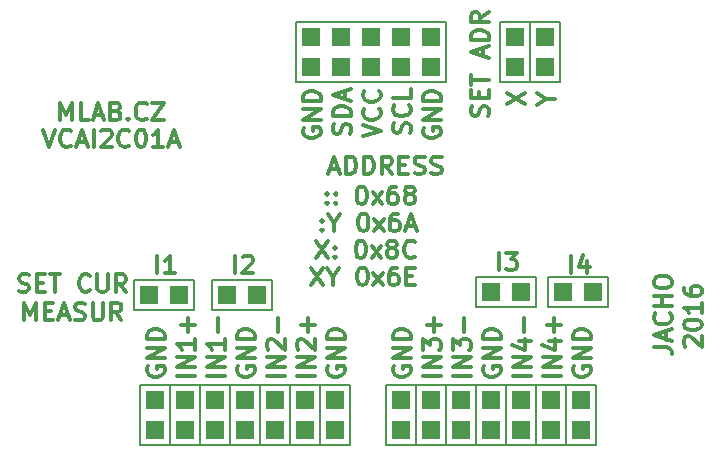
<source format=gbr>
%TF.GenerationSoftware,KiCad,Pcbnew,6.0.10+dfsg-1~bpo11+1*%
%TF.CreationDate,2023-03-02T11:46:04+00:00*%
%TF.ProjectId,VCAI2C01,56434149-3243-4303-912e-6b696361645f,rev?*%
%TF.SameCoordinates,Original*%
%TF.FileFunction,Legend,Top*%
%TF.FilePolarity,Positive*%
%FSLAX46Y46*%
G04 Gerber Fmt 4.6, Leading zero omitted, Abs format (unit mm)*
G04 Created by KiCad (PCBNEW 6.0.10+dfsg-1~bpo11+1) date 2023-03-02 11:46:04*
%MOMM*%
%LPD*%
G01*
G04 APERTURE LIST*
%ADD10C,0.300000*%
%ADD11C,0.150000*%
%ADD12R,1.524000X1.524000*%
G04 APERTURE END LIST*
D10*
X35786142Y25325143D02*
X35857571Y25539429D01*
X35857571Y25896572D01*
X35786142Y26039429D01*
X35714714Y26110858D01*
X35571857Y26182286D01*
X35429000Y26182286D01*
X35286142Y26110858D01*
X35214714Y26039429D01*
X35143285Y25896572D01*
X35071857Y25610858D01*
X35000428Y25468000D01*
X34929000Y25396572D01*
X34786142Y25325143D01*
X34643285Y25325143D01*
X34500428Y25396572D01*
X34429000Y25468000D01*
X34357571Y25610858D01*
X34357571Y25968000D01*
X34429000Y26182286D01*
X35071857Y26825143D02*
X35071857Y27325143D01*
X35857571Y27539429D02*
X35857571Y26825143D01*
X34357571Y26825143D01*
X34357571Y27539429D01*
X34357571Y27968000D02*
X34357571Y28825143D01*
X35857571Y28396572D02*
X34357571Y28396572D01*
X35429000Y30396572D02*
X35429000Y31110858D01*
X35857571Y30253715D02*
X34357571Y30753715D01*
X35857571Y31253715D01*
X35857571Y31753715D02*
X34357571Y31753715D01*
X34357571Y32110858D01*
X34429000Y32325143D01*
X34571857Y32468000D01*
X34714714Y32539429D01*
X35000428Y32610858D01*
X35214714Y32610858D01*
X35500428Y32539429D01*
X35643285Y32468000D01*
X35786142Y32325143D01*
X35857571Y32110858D01*
X35857571Y31753715D01*
X35857571Y34110858D02*
X35143285Y33610858D01*
X35857571Y33253715D02*
X34357571Y33253715D01*
X34357571Y33825143D01*
X34429000Y33968000D01*
X34500428Y34039429D01*
X34643285Y34110858D01*
X34857571Y34110858D01*
X35000428Y34039429D01*
X35071857Y33968000D01*
X35143285Y33825143D01*
X35143285Y33253715D01*
X37405571Y26317286D02*
X38905571Y27317286D01*
X37405571Y27317286D02*
X38905571Y26317286D01*
X6997000Y4131858D02*
X6925571Y3989000D01*
X6925571Y3774715D01*
X6997000Y3560429D01*
X7139857Y3417572D01*
X7282714Y3346143D01*
X7568428Y3274715D01*
X7782714Y3274715D01*
X8068428Y3346143D01*
X8211285Y3417572D01*
X8354142Y3560429D01*
X8425571Y3774715D01*
X8425571Y3917572D01*
X8354142Y4131858D01*
X8282714Y4203286D01*
X7782714Y4203286D01*
X7782714Y3917572D01*
X8425571Y4846143D02*
X6925571Y4846143D01*
X8425571Y5703286D01*
X6925571Y5703286D01*
X8425571Y6417572D02*
X6925571Y6417572D01*
X6925571Y6774715D01*
X6997000Y6989000D01*
X7139857Y7131858D01*
X7282714Y7203286D01*
X7568428Y7274715D01*
X7782714Y7274715D01*
X8068428Y7203286D01*
X8211285Y7131858D01*
X8354142Y6989000D01*
X8425571Y6774715D01*
X8425571Y6417572D01*
X13505571Y3346143D02*
X12005571Y3346143D01*
X13505571Y4060429D02*
X12005571Y4060429D01*
X13505571Y4917572D01*
X12005571Y4917572D01*
X13505571Y6417572D02*
X13505571Y5560429D01*
X13505571Y5989000D02*
X12005571Y5989000D01*
X12219857Y5846143D01*
X12362714Y5703286D01*
X12434142Y5560429D01*
X12934142Y7060429D02*
X12934142Y8203286D01*
X43065000Y4131858D02*
X42993571Y3989000D01*
X42993571Y3774715D01*
X43065000Y3560429D01*
X43207857Y3417572D01*
X43350714Y3346143D01*
X43636428Y3274715D01*
X43850714Y3274715D01*
X44136428Y3346143D01*
X44279285Y3417572D01*
X44422142Y3560429D01*
X44493571Y3774715D01*
X44493571Y3917572D01*
X44422142Y4131858D01*
X44350714Y4203286D01*
X43850714Y4203286D01*
X43850714Y3917572D01*
X44493571Y4846143D02*
X42993571Y4846143D01*
X44493571Y5703286D01*
X42993571Y5703286D01*
X44493571Y6417572D02*
X42993571Y6417572D01*
X42993571Y6774715D01*
X43065000Y6989000D01*
X43207857Y7131858D01*
X43350714Y7203286D01*
X43636428Y7274715D01*
X43850714Y7274715D01*
X44136428Y7203286D01*
X44279285Y7131858D01*
X44422142Y6989000D01*
X44493571Y6774715D01*
X44493571Y6417572D01*
X21125571Y3346143D02*
X19625571Y3346143D01*
X21125571Y4060429D02*
X19625571Y4060429D01*
X21125571Y4917572D01*
X19625571Y4917572D01*
X19768428Y5560429D02*
X19697000Y5631858D01*
X19625571Y5774715D01*
X19625571Y6131858D01*
X19697000Y6274715D01*
X19768428Y6346143D01*
X19911285Y6417572D01*
X20054142Y6417572D01*
X20268428Y6346143D01*
X21125571Y5489000D01*
X21125571Y6417572D01*
X20554142Y7060429D02*
X20554142Y8203286D01*
X21125571Y7631858D02*
X19982714Y7631858D01*
X31793571Y3346143D02*
X30293571Y3346143D01*
X31793571Y4060429D02*
X30293571Y4060429D01*
X31793571Y4917572D01*
X30293571Y4917572D01*
X30293571Y5489000D02*
X30293571Y6417572D01*
X30865000Y5917572D01*
X30865000Y6131858D01*
X30936428Y6274715D01*
X31007857Y6346143D01*
X31150714Y6417572D01*
X31507857Y6417572D01*
X31650714Y6346143D01*
X31722142Y6274715D01*
X31793571Y6131858D01*
X31793571Y5703286D01*
X31722142Y5560429D01*
X31650714Y5489000D01*
X31222142Y7060429D02*
X31222142Y8203286D01*
X31793571Y7631858D02*
X30650714Y7631858D01*
X30365000Y24316429D02*
X30293571Y24173572D01*
X30293571Y23959286D01*
X30365000Y23745000D01*
X30507857Y23602143D01*
X30650714Y23530715D01*
X30936428Y23459286D01*
X31150714Y23459286D01*
X31436428Y23530715D01*
X31579285Y23602143D01*
X31722142Y23745000D01*
X31793571Y23959286D01*
X31793571Y24102143D01*
X31722142Y24316429D01*
X31650714Y24387858D01*
X31150714Y24387858D01*
X31150714Y24102143D01*
X31793571Y25030715D02*
X30293571Y25030715D01*
X31793571Y25887858D01*
X30293571Y25887858D01*
X31793571Y26602143D02*
X30293571Y26602143D01*
X30293571Y26959286D01*
X30365000Y27173572D01*
X30507857Y27316429D01*
X30650714Y27387858D01*
X30936428Y27459286D01*
X31150714Y27459286D01*
X31436428Y27387858D01*
X31579285Y27316429D01*
X31722142Y27173572D01*
X31793571Y26959286D01*
X31793571Y26602143D01*
X42846714Y12021429D02*
X42846714Y13521429D01*
X44203857Y13021429D02*
X44203857Y12021429D01*
X43846714Y13592858D02*
X43489571Y12521429D01*
X44418142Y12521429D01*
X24102142Y23816429D02*
X24173571Y24030715D01*
X24173571Y24387858D01*
X24102142Y24530715D01*
X24030714Y24602143D01*
X23887857Y24673572D01*
X23745000Y24673572D01*
X23602142Y24602143D01*
X23530714Y24530715D01*
X23459285Y24387858D01*
X23387857Y24102143D01*
X23316428Y23959286D01*
X23245000Y23887858D01*
X23102142Y23816429D01*
X22959285Y23816429D01*
X22816428Y23887858D01*
X22745000Y23959286D01*
X22673571Y24102143D01*
X22673571Y24459286D01*
X22745000Y24673572D01*
X24173571Y25316429D02*
X22673571Y25316429D01*
X22673571Y25673572D01*
X22745000Y25887858D01*
X22887857Y26030715D01*
X23030714Y26102143D01*
X23316428Y26173572D01*
X23530714Y26173572D01*
X23816428Y26102143D01*
X23959285Y26030715D01*
X24102142Y25887858D01*
X24173571Y25673572D01*
X24173571Y25316429D01*
X23745000Y26745000D02*
X23745000Y27459286D01*
X24173571Y26602143D02*
X22673571Y27102143D01*
X24173571Y27602143D01*
X35445000Y4131858D02*
X35373571Y3989000D01*
X35373571Y3774715D01*
X35445000Y3560429D01*
X35587857Y3417572D01*
X35730714Y3346143D01*
X36016428Y3274715D01*
X36230714Y3274715D01*
X36516428Y3346143D01*
X36659285Y3417572D01*
X36802142Y3560429D01*
X36873571Y3774715D01*
X36873571Y3917572D01*
X36802142Y4131858D01*
X36730714Y4203286D01*
X36230714Y4203286D01*
X36230714Y3917572D01*
X36873571Y4846143D02*
X35373571Y4846143D01*
X36873571Y5703286D01*
X35373571Y5703286D01*
X36873571Y6417572D02*
X35373571Y6417572D01*
X35373571Y6774715D01*
X35445000Y6989000D01*
X35587857Y7131858D01*
X35730714Y7203286D01*
X36016428Y7274715D01*
X36230714Y7274715D01*
X36516428Y7203286D01*
X36659285Y7131858D01*
X36802142Y6989000D01*
X36873571Y6774715D01*
X36873571Y6417572D01*
X27825000Y4131858D02*
X27753571Y3989000D01*
X27753571Y3774715D01*
X27825000Y3560429D01*
X27967857Y3417572D01*
X28110714Y3346143D01*
X28396428Y3274715D01*
X28610714Y3274715D01*
X28896428Y3346143D01*
X29039285Y3417572D01*
X29182142Y3560429D01*
X29253571Y3774715D01*
X29253571Y3917572D01*
X29182142Y4131858D01*
X29110714Y4203286D01*
X28610714Y4203286D01*
X28610714Y3917572D01*
X29253571Y4846143D02*
X27753571Y4846143D01*
X29253571Y5703286D01*
X27753571Y5703286D01*
X29253571Y6417572D02*
X27753571Y6417572D01*
X27753571Y6774715D01*
X27825000Y6989000D01*
X27967857Y7131858D01*
X28110714Y7203286D01*
X28396428Y7274715D01*
X28610714Y7274715D01*
X28896428Y7203286D01*
X29039285Y7131858D01*
X29182142Y6989000D01*
X29253571Y6774715D01*
X29253571Y6417572D01*
X40731285Y26745858D02*
X41445571Y26745858D01*
X39945571Y26245858D02*
X40731285Y26745858D01*
X39945571Y27245858D01*
X29182142Y23887858D02*
X29253571Y24102143D01*
X29253571Y24459286D01*
X29182142Y24602143D01*
X29110714Y24673572D01*
X28967857Y24745000D01*
X28825000Y24745000D01*
X28682142Y24673572D01*
X28610714Y24602143D01*
X28539285Y24459286D01*
X28467857Y24173572D01*
X28396428Y24030715D01*
X28325000Y23959286D01*
X28182142Y23887858D01*
X28039285Y23887858D01*
X27896428Y23959286D01*
X27825000Y24030715D01*
X27753571Y24173572D01*
X27753571Y24530715D01*
X27825000Y24745000D01*
X29110714Y26245000D02*
X29182142Y26173572D01*
X29253571Y25959286D01*
X29253571Y25816429D01*
X29182142Y25602143D01*
X29039285Y25459286D01*
X28896428Y25387858D01*
X28610714Y25316429D01*
X28396428Y25316429D01*
X28110714Y25387858D01*
X27967857Y25459286D01*
X27825000Y25602143D01*
X27753571Y25816429D01*
X27753571Y25959286D01*
X27825000Y26173572D01*
X27896428Y26245000D01*
X29253571Y27602143D02*
X29253571Y26887858D01*
X27753571Y26887858D01*
X36750714Y12275429D02*
X36750714Y13775429D01*
X37322142Y13775429D02*
X38250714Y13775429D01*
X37750714Y13204000D01*
X37965000Y13204000D01*
X38107857Y13132572D01*
X38179285Y13061143D01*
X38250714Y12918286D01*
X38250714Y12561143D01*
X38179285Y12418286D01*
X38107857Y12346858D01*
X37965000Y12275429D01*
X37536428Y12275429D01*
X37393571Y12346858D01*
X37322142Y12418286D01*
X-1848715Y24189429D02*
X-1348715Y22689429D01*
X-848715Y24189429D01*
X508428Y22832286D02*
X437000Y22760858D01*
X222714Y22689429D01*
X79857Y22689429D01*
X-134429Y22760858D01*
X-277286Y22903715D01*
X-348715Y23046572D01*
X-420143Y23332286D01*
X-420143Y23546572D01*
X-348715Y23832286D01*
X-277286Y23975143D01*
X-134429Y24118000D01*
X79857Y24189429D01*
X222714Y24189429D01*
X437000Y24118000D01*
X508428Y24046572D01*
X1079857Y23118000D02*
X1794142Y23118000D01*
X937000Y22689429D02*
X1437000Y24189429D01*
X1937000Y22689429D01*
X2437000Y22689429D02*
X2437000Y24189429D01*
X3079857Y24046572D02*
X3151285Y24118000D01*
X3294142Y24189429D01*
X3651285Y24189429D01*
X3794142Y24118000D01*
X3865571Y24046572D01*
X3937000Y23903715D01*
X3937000Y23760858D01*
X3865571Y23546572D01*
X3008428Y22689429D01*
X3937000Y22689429D01*
X5437000Y22832286D02*
X5365571Y22760858D01*
X5151285Y22689429D01*
X5008428Y22689429D01*
X4794142Y22760858D01*
X4651285Y22903715D01*
X4579857Y23046572D01*
X4508428Y23332286D01*
X4508428Y23546572D01*
X4579857Y23832286D01*
X4651285Y23975143D01*
X4794142Y24118000D01*
X5008428Y24189429D01*
X5151285Y24189429D01*
X5365571Y24118000D01*
X5437000Y24046572D01*
X6365571Y24189429D02*
X6508428Y24189429D01*
X6651285Y24118000D01*
X6722714Y24046572D01*
X6794142Y23903715D01*
X6865571Y23618000D01*
X6865571Y23260858D01*
X6794142Y22975143D01*
X6722714Y22832286D01*
X6651285Y22760858D01*
X6508428Y22689429D01*
X6365571Y22689429D01*
X6222714Y22760858D01*
X6151285Y22832286D01*
X6079857Y22975143D01*
X6008428Y23260858D01*
X6008428Y23618000D01*
X6079857Y23903715D01*
X6151285Y24046572D01*
X6222714Y24118000D01*
X6365571Y24189429D01*
X8294142Y22689429D02*
X7437000Y22689429D01*
X7865571Y22689429D02*
X7865571Y24189429D01*
X7722714Y23975143D01*
X7579857Y23832286D01*
X7437000Y23760858D01*
X8865571Y23118000D02*
X9579857Y23118000D01*
X8722714Y22689429D02*
X9222714Y24189429D01*
X9722714Y22689429D01*
X22237000Y4131858D02*
X22165571Y3989000D01*
X22165571Y3774715D01*
X22237000Y3560429D01*
X22379857Y3417572D01*
X22522714Y3346143D01*
X22808428Y3274715D01*
X23022714Y3274715D01*
X23308428Y3346143D01*
X23451285Y3417572D01*
X23594142Y3560429D01*
X23665571Y3774715D01*
X23665571Y3917572D01*
X23594142Y4131858D01*
X23522714Y4203286D01*
X23022714Y4203286D01*
X23022714Y3917572D01*
X23665571Y4846143D02*
X22165571Y4846143D01*
X23665571Y5703286D01*
X22165571Y5703286D01*
X23665571Y6417572D02*
X22165571Y6417572D01*
X22165571Y6774715D01*
X22237000Y6989000D01*
X22379857Y7131858D01*
X22522714Y7203286D01*
X22808428Y7274715D01*
X23022714Y7274715D01*
X23308428Y7203286D01*
X23451285Y7131858D01*
X23594142Y6989000D01*
X23665571Y6774715D01*
X23665571Y6417572D01*
X10965571Y3346143D02*
X9465571Y3346143D01*
X10965571Y4060429D02*
X9465571Y4060429D01*
X10965571Y4917572D01*
X9465571Y4917572D01*
X10965571Y6417572D02*
X10965571Y5560429D01*
X10965571Y5989000D02*
X9465571Y5989000D01*
X9679857Y5846143D01*
X9822714Y5703286D01*
X9894142Y5560429D01*
X10394142Y7060429D02*
X10394142Y8203286D01*
X10965571Y7631858D02*
X9822714Y7631858D01*
X7794714Y12021429D02*
X7794714Y13521429D01*
X9294714Y12021429D02*
X8437571Y12021429D01*
X8866142Y12021429D02*
X8866142Y13521429D01*
X8723285Y13307143D01*
X8580428Y13164286D01*
X8437571Y13092858D01*
X21761142Y15720286D02*
X21832571Y15648858D01*
X21761142Y15577429D01*
X21689714Y15648858D01*
X21761142Y15720286D01*
X21761142Y15577429D01*
X21761142Y16506000D02*
X21832571Y16434572D01*
X21761142Y16363143D01*
X21689714Y16434572D01*
X21761142Y16506000D01*
X21761142Y16363143D01*
X22761142Y16291715D02*
X22761142Y15577429D01*
X22261142Y17077429D02*
X22761142Y16291715D01*
X23261142Y17077429D01*
X25189714Y17077429D02*
X25332571Y17077429D01*
X25475428Y17006000D01*
X25546857Y16934572D01*
X25618285Y16791715D01*
X25689714Y16506000D01*
X25689714Y16148858D01*
X25618285Y15863143D01*
X25546857Y15720286D01*
X25475428Y15648858D01*
X25332571Y15577429D01*
X25189714Y15577429D01*
X25046857Y15648858D01*
X24975428Y15720286D01*
X24904000Y15863143D01*
X24832571Y16148858D01*
X24832571Y16506000D01*
X24904000Y16791715D01*
X24975428Y16934572D01*
X25046857Y17006000D01*
X25189714Y17077429D01*
X26189714Y15577429D02*
X26975428Y16577429D01*
X26189714Y16577429D02*
X26975428Y15577429D01*
X28189714Y17077429D02*
X27904000Y17077429D01*
X27761142Y17006000D01*
X27689714Y16934572D01*
X27546857Y16720286D01*
X27475428Y16434572D01*
X27475428Y15863143D01*
X27546857Y15720286D01*
X27618285Y15648858D01*
X27761142Y15577429D01*
X28046857Y15577429D01*
X28189714Y15648858D01*
X28261142Y15720286D01*
X28332571Y15863143D01*
X28332571Y16220286D01*
X28261142Y16363143D01*
X28189714Y16434572D01*
X28046857Y16506000D01*
X27761142Y16506000D01*
X27618285Y16434572D01*
X27546857Y16363143D01*
X27475428Y16220286D01*
X28904000Y16006000D02*
X29618285Y16006000D01*
X28761142Y15577429D02*
X29261142Y17077429D01*
X29761142Y15577429D01*
X34333571Y3346143D02*
X32833571Y3346143D01*
X34333571Y4060429D02*
X32833571Y4060429D01*
X34333571Y4917572D01*
X32833571Y4917572D01*
X32833571Y5489000D02*
X32833571Y6417572D01*
X33405000Y5917572D01*
X33405000Y6131858D01*
X33476428Y6274715D01*
X33547857Y6346143D01*
X33690714Y6417572D01*
X34047857Y6417572D01*
X34190714Y6346143D01*
X34262142Y6274715D01*
X34333571Y6131858D01*
X34333571Y5703286D01*
X34262142Y5560429D01*
X34190714Y5489000D01*
X33762142Y7060429D02*
X33762142Y8203286D01*
X-384429Y24975429D02*
X-384429Y26475429D01*
X115571Y25404000D01*
X615571Y26475429D01*
X615571Y24975429D01*
X2044142Y24975429D02*
X1329857Y24975429D01*
X1329857Y26475429D01*
X2472714Y25404000D02*
X3187000Y25404000D01*
X2329857Y24975429D02*
X2829857Y26475429D01*
X3329857Y24975429D01*
X4329857Y25761143D02*
X4544142Y25689715D01*
X4615571Y25618286D01*
X4687000Y25475429D01*
X4687000Y25261143D01*
X4615571Y25118286D01*
X4544142Y25046858D01*
X4401285Y24975429D01*
X3829857Y24975429D01*
X3829857Y26475429D01*
X4329857Y26475429D01*
X4472714Y26404000D01*
X4544142Y26332572D01*
X4615571Y26189715D01*
X4615571Y26046858D01*
X4544142Y25904000D01*
X4472714Y25832572D01*
X4329857Y25761143D01*
X3829857Y25761143D01*
X5329857Y25118286D02*
X5401285Y25046858D01*
X5329857Y24975429D01*
X5258428Y25046858D01*
X5329857Y25118286D01*
X5329857Y24975429D01*
X6901285Y25118286D02*
X6829857Y25046858D01*
X6615571Y24975429D01*
X6472714Y24975429D01*
X6258428Y25046858D01*
X6115571Y25189715D01*
X6044142Y25332572D01*
X5972714Y25618286D01*
X5972714Y25832572D01*
X6044142Y26118286D01*
X6115571Y26261143D01*
X6258428Y26404000D01*
X6472714Y26475429D01*
X6615571Y26475429D01*
X6829857Y26404000D01*
X6901285Y26332572D01*
X7401285Y26475429D02*
X8401285Y26475429D01*
X7401285Y24975429D01*
X8401285Y24975429D01*
X49851571Y5759000D02*
X50923000Y5759000D01*
X51137285Y5687572D01*
X51280142Y5544715D01*
X51351571Y5330429D01*
X51351571Y5187572D01*
X50923000Y6401858D02*
X50923000Y7116143D01*
X51351571Y6259000D02*
X49851571Y6759000D01*
X51351571Y7259000D01*
X51208714Y8616143D02*
X51280142Y8544715D01*
X51351571Y8330429D01*
X51351571Y8187572D01*
X51280142Y7973286D01*
X51137285Y7830429D01*
X50994428Y7759000D01*
X50708714Y7687572D01*
X50494428Y7687572D01*
X50208714Y7759000D01*
X50065857Y7830429D01*
X49923000Y7973286D01*
X49851571Y8187572D01*
X49851571Y8330429D01*
X49923000Y8544715D01*
X49994428Y8616143D01*
X51351571Y9259000D02*
X49851571Y9259000D01*
X50565857Y9259000D02*
X50565857Y10116143D01*
X51351571Y10116143D02*
X49851571Y10116143D01*
X49851571Y11116143D02*
X49851571Y11401858D01*
X49923000Y11544715D01*
X50065857Y11687572D01*
X50351571Y11759000D01*
X50851571Y11759000D01*
X51137285Y11687572D01*
X51280142Y11544715D01*
X51351571Y11401858D01*
X51351571Y11116143D01*
X51280142Y10973286D01*
X51137285Y10830429D01*
X50851571Y10759000D01*
X50351571Y10759000D01*
X50065857Y10830429D01*
X49923000Y10973286D01*
X49851571Y11116143D01*
X14398714Y12021429D02*
X14398714Y13521429D01*
X15041571Y13378572D02*
X15113000Y13450000D01*
X15255857Y13521429D01*
X15613000Y13521429D01*
X15755857Y13450000D01*
X15827285Y13378572D01*
X15898714Y13235715D01*
X15898714Y13092858D01*
X15827285Y12878572D01*
X14970142Y12021429D01*
X15898714Y12021429D01*
X22189714Y18006286D02*
X22261142Y17934858D01*
X22189714Y17863429D01*
X22118285Y17934858D01*
X22189714Y18006286D01*
X22189714Y17863429D01*
X22189714Y18792000D02*
X22261142Y18720572D01*
X22189714Y18649143D01*
X22118285Y18720572D01*
X22189714Y18792000D01*
X22189714Y18649143D01*
X22904000Y18006286D02*
X22975428Y17934858D01*
X22904000Y17863429D01*
X22832571Y17934858D01*
X22904000Y18006286D01*
X22904000Y17863429D01*
X22904000Y18792000D02*
X22975428Y18720572D01*
X22904000Y18649143D01*
X22832571Y18720572D01*
X22904000Y18792000D01*
X22904000Y18649143D01*
X25046857Y19363429D02*
X25189714Y19363429D01*
X25332571Y19292000D01*
X25404000Y19220572D01*
X25475428Y19077715D01*
X25546857Y18792000D01*
X25546857Y18434858D01*
X25475428Y18149143D01*
X25404000Y18006286D01*
X25332571Y17934858D01*
X25189714Y17863429D01*
X25046857Y17863429D01*
X24904000Y17934858D01*
X24832571Y18006286D01*
X24761142Y18149143D01*
X24689714Y18434858D01*
X24689714Y18792000D01*
X24761142Y19077715D01*
X24832571Y19220572D01*
X24904000Y19292000D01*
X25046857Y19363429D01*
X26046857Y17863429D02*
X26832571Y18863429D01*
X26046857Y18863429D02*
X26832571Y17863429D01*
X28046857Y19363429D02*
X27761142Y19363429D01*
X27618285Y19292000D01*
X27546857Y19220572D01*
X27404000Y19006286D01*
X27332571Y18720572D01*
X27332571Y18149143D01*
X27404000Y18006286D01*
X27475428Y17934858D01*
X27618285Y17863429D01*
X27904000Y17863429D01*
X28046857Y17934858D01*
X28118285Y18006286D01*
X28189714Y18149143D01*
X28189714Y18506286D01*
X28118285Y18649143D01*
X28046857Y18720572D01*
X27904000Y18792000D01*
X27618285Y18792000D01*
X27475428Y18720572D01*
X27404000Y18649143D01*
X27332571Y18506286D01*
X29046857Y18720572D02*
X28904000Y18792000D01*
X28832571Y18863429D01*
X28761142Y19006286D01*
X28761142Y19077715D01*
X28832571Y19220572D01*
X28904000Y19292000D01*
X29046857Y19363429D01*
X29332571Y19363429D01*
X29475428Y19292000D01*
X29546857Y19220572D01*
X29618285Y19077715D01*
X29618285Y19006286D01*
X29546857Y18863429D01*
X29475428Y18792000D01*
X29332571Y18720572D01*
X29046857Y18720572D01*
X28904000Y18649143D01*
X28832571Y18577715D01*
X28761142Y18434858D01*
X28761142Y18149143D01*
X28832571Y18006286D01*
X28904000Y17934858D01*
X29046857Y17863429D01*
X29332571Y17863429D01*
X29475428Y17934858D01*
X29546857Y18006286D01*
X29618285Y18149143D01*
X29618285Y18434858D01*
X29546857Y18577715D01*
X29475428Y18649143D01*
X29332571Y18720572D01*
X41953571Y3346143D02*
X40453571Y3346143D01*
X41953571Y4060429D02*
X40453571Y4060429D01*
X41953571Y4917572D01*
X40453571Y4917572D01*
X40953571Y6274715D02*
X41953571Y6274715D01*
X40382142Y5917572D02*
X41453571Y5560429D01*
X41453571Y6489000D01*
X41382142Y7060429D02*
X41382142Y8203286D01*
X41953571Y7631858D02*
X40810714Y7631858D01*
X52534428Y5810572D02*
X52463000Y5882000D01*
X52391571Y6024858D01*
X52391571Y6382000D01*
X52463000Y6524858D01*
X52534428Y6596286D01*
X52677285Y6667715D01*
X52820142Y6667715D01*
X53034428Y6596286D01*
X53891571Y5739143D01*
X53891571Y6667715D01*
X52391571Y7596286D02*
X52391571Y7739143D01*
X52463000Y7882000D01*
X52534428Y7953429D01*
X52677285Y8024858D01*
X52963000Y8096286D01*
X53320142Y8096286D01*
X53605857Y8024858D01*
X53748714Y7953429D01*
X53820142Y7882000D01*
X53891571Y7739143D01*
X53891571Y7596286D01*
X53820142Y7453429D01*
X53748714Y7382000D01*
X53605857Y7310572D01*
X53320142Y7239143D01*
X52963000Y7239143D01*
X52677285Y7310572D01*
X52534428Y7382000D01*
X52463000Y7453429D01*
X52391571Y7596286D01*
X53891571Y9524858D02*
X53891571Y8667715D01*
X53891571Y9096286D02*
X52391571Y9096286D01*
X52605857Y8953429D01*
X52748714Y8810572D01*
X52820142Y8667715D01*
X52391571Y10810572D02*
X52391571Y10524858D01*
X52463000Y10382000D01*
X52534428Y10310572D01*
X52748714Y10167715D01*
X53034428Y10096286D01*
X53605857Y10096286D01*
X53748714Y10167715D01*
X53820142Y10239143D01*
X53891571Y10382000D01*
X53891571Y10667715D01*
X53820142Y10810572D01*
X53748714Y10882000D01*
X53605857Y10953429D01*
X53248714Y10953429D01*
X53105857Y10882000D01*
X53034428Y10810572D01*
X52963000Y10667715D01*
X52963000Y10382000D01*
X53034428Y10239143D01*
X53105857Y10167715D01*
X53248714Y10096286D01*
X20205000Y24316429D02*
X20133571Y24173572D01*
X20133571Y23959286D01*
X20205000Y23745000D01*
X20347857Y23602143D01*
X20490714Y23530715D01*
X20776428Y23459286D01*
X20990714Y23459286D01*
X21276428Y23530715D01*
X21419285Y23602143D01*
X21562142Y23745000D01*
X21633571Y23959286D01*
X21633571Y24102143D01*
X21562142Y24316429D01*
X21490714Y24387858D01*
X20990714Y24387858D01*
X20990714Y24102143D01*
X21633571Y25030715D02*
X20133571Y25030715D01*
X21633571Y25887858D01*
X20133571Y25887858D01*
X21633571Y26602143D02*
X20133571Y26602143D01*
X20133571Y26959286D01*
X20205000Y27173572D01*
X20347857Y27316429D01*
X20490714Y27387858D01*
X20776428Y27459286D01*
X20990714Y27459286D01*
X21276428Y27387858D01*
X21419285Y27316429D01*
X21562142Y27173572D01*
X21633571Y26959286D01*
X21633571Y26602143D01*
X20832571Y12505429D02*
X21832571Y11005429D01*
X21832571Y12505429D02*
X20832571Y11005429D01*
X22689714Y11719715D02*
X22689714Y11005429D01*
X22189714Y12505429D02*
X22689714Y11719715D01*
X23189714Y12505429D01*
X25118285Y12505429D02*
X25261142Y12505429D01*
X25404000Y12434000D01*
X25475428Y12362572D01*
X25546857Y12219715D01*
X25618285Y11934000D01*
X25618285Y11576858D01*
X25546857Y11291143D01*
X25475428Y11148286D01*
X25404000Y11076858D01*
X25261142Y11005429D01*
X25118285Y11005429D01*
X24975428Y11076858D01*
X24904000Y11148286D01*
X24832571Y11291143D01*
X24761142Y11576858D01*
X24761142Y11934000D01*
X24832571Y12219715D01*
X24904000Y12362572D01*
X24975428Y12434000D01*
X25118285Y12505429D01*
X26118285Y11005429D02*
X26904000Y12005429D01*
X26118285Y12005429D02*
X26904000Y11005429D01*
X28118285Y12505429D02*
X27832571Y12505429D01*
X27689714Y12434000D01*
X27618285Y12362572D01*
X27475428Y12148286D01*
X27404000Y11862572D01*
X27404000Y11291143D01*
X27475428Y11148286D01*
X27546857Y11076858D01*
X27689714Y11005429D01*
X27975428Y11005429D01*
X28118285Y11076858D01*
X28189714Y11148286D01*
X28261142Y11291143D01*
X28261142Y11648286D01*
X28189714Y11791143D01*
X28118285Y11862572D01*
X27975428Y11934000D01*
X27689714Y11934000D01*
X27546857Y11862572D01*
X27475428Y11791143D01*
X27404000Y11648286D01*
X28904000Y11791143D02*
X29404000Y11791143D01*
X29618285Y11005429D02*
X28904000Y11005429D01*
X28904000Y12505429D01*
X29618285Y12505429D01*
X21261142Y14791429D02*
X22261142Y13291429D01*
X22261142Y14791429D02*
X21261142Y13291429D01*
X22832571Y13434286D02*
X22904000Y13362858D01*
X22832571Y13291429D01*
X22761142Y13362858D01*
X22832571Y13434286D01*
X22832571Y13291429D01*
X22832571Y14220000D02*
X22904000Y14148572D01*
X22832571Y14077143D01*
X22761142Y14148572D01*
X22832571Y14220000D01*
X22832571Y14077143D01*
X24975428Y14791429D02*
X25118285Y14791429D01*
X25261142Y14720000D01*
X25332571Y14648572D01*
X25404000Y14505715D01*
X25475428Y14220000D01*
X25475428Y13862858D01*
X25404000Y13577143D01*
X25332571Y13434286D01*
X25261142Y13362858D01*
X25118285Y13291429D01*
X24975428Y13291429D01*
X24832571Y13362858D01*
X24761142Y13434286D01*
X24689714Y13577143D01*
X24618285Y13862858D01*
X24618285Y14220000D01*
X24689714Y14505715D01*
X24761142Y14648572D01*
X24832571Y14720000D01*
X24975428Y14791429D01*
X25975428Y13291429D02*
X26761142Y14291429D01*
X25975428Y14291429D02*
X26761142Y13291429D01*
X27546857Y14148572D02*
X27404000Y14220000D01*
X27332571Y14291429D01*
X27261142Y14434286D01*
X27261142Y14505715D01*
X27332571Y14648572D01*
X27404000Y14720000D01*
X27546857Y14791429D01*
X27832571Y14791429D01*
X27975428Y14720000D01*
X28046857Y14648572D01*
X28118285Y14505715D01*
X28118285Y14434286D01*
X28046857Y14291429D01*
X27975428Y14220000D01*
X27832571Y14148572D01*
X27546857Y14148572D01*
X27404000Y14077143D01*
X27332571Y14005715D01*
X27261142Y13862858D01*
X27261142Y13577143D01*
X27332571Y13434286D01*
X27404000Y13362858D01*
X27546857Y13291429D01*
X27832571Y13291429D01*
X27975428Y13362858D01*
X28046857Y13434286D01*
X28118285Y13577143D01*
X28118285Y13862858D01*
X28046857Y14005715D01*
X27975428Y14077143D01*
X27832571Y14148572D01*
X29618285Y13434286D02*
X29546857Y13362858D01*
X29332571Y13291429D01*
X29189714Y13291429D01*
X28975428Y13362858D01*
X28832571Y13505715D01*
X28761142Y13648572D01*
X28689714Y13934286D01*
X28689714Y14148572D01*
X28761142Y14434286D01*
X28832571Y14577143D01*
X28975428Y14720000D01*
X29189714Y14791429D01*
X29332571Y14791429D01*
X29546857Y14720000D01*
X29618285Y14648572D01*
X14617000Y4131858D02*
X14545571Y3989000D01*
X14545571Y3774715D01*
X14617000Y3560429D01*
X14759857Y3417572D01*
X14902714Y3346143D01*
X15188428Y3274715D01*
X15402714Y3274715D01*
X15688428Y3346143D01*
X15831285Y3417572D01*
X15974142Y3560429D01*
X16045571Y3774715D01*
X16045571Y3917572D01*
X15974142Y4131858D01*
X15902714Y4203286D01*
X15402714Y4203286D01*
X15402714Y3917572D01*
X16045571Y4846143D02*
X14545571Y4846143D01*
X16045571Y5703286D01*
X14545571Y5703286D01*
X16045571Y6417572D02*
X14545571Y6417572D01*
X14545571Y6774715D01*
X14617000Y6989000D01*
X14759857Y7131858D01*
X14902714Y7203286D01*
X15188428Y7274715D01*
X15402714Y7274715D01*
X15688428Y7203286D01*
X15831285Y7131858D01*
X15974142Y6989000D01*
X16045571Y6774715D01*
X16045571Y6417572D01*
X22451714Y20832000D02*
X23166000Y20832000D01*
X22308857Y20403429D02*
X22808857Y21903429D01*
X23308857Y20403429D01*
X23808857Y20403429D02*
X23808857Y21903429D01*
X24166000Y21903429D01*
X24380285Y21832000D01*
X24523142Y21689143D01*
X24594571Y21546286D01*
X24666000Y21260572D01*
X24666000Y21046286D01*
X24594571Y20760572D01*
X24523142Y20617715D01*
X24380285Y20474858D01*
X24166000Y20403429D01*
X23808857Y20403429D01*
X25308857Y20403429D02*
X25308857Y21903429D01*
X25666000Y21903429D01*
X25880285Y21832000D01*
X26023142Y21689143D01*
X26094571Y21546286D01*
X26166000Y21260572D01*
X26166000Y21046286D01*
X26094571Y20760572D01*
X26023142Y20617715D01*
X25880285Y20474858D01*
X25666000Y20403429D01*
X25308857Y20403429D01*
X27666000Y20403429D02*
X27166000Y21117715D01*
X26808857Y20403429D02*
X26808857Y21903429D01*
X27380285Y21903429D01*
X27523142Y21832000D01*
X27594571Y21760572D01*
X27666000Y21617715D01*
X27666000Y21403429D01*
X27594571Y21260572D01*
X27523142Y21189143D01*
X27380285Y21117715D01*
X26808857Y21117715D01*
X28308857Y21189143D02*
X28808857Y21189143D01*
X29023142Y20403429D02*
X28308857Y20403429D01*
X28308857Y21903429D01*
X29023142Y21903429D01*
X29594571Y20474858D02*
X29808857Y20403429D01*
X30166000Y20403429D01*
X30308857Y20474858D01*
X30380285Y20546286D01*
X30451714Y20689143D01*
X30451714Y20832000D01*
X30380285Y20974858D01*
X30308857Y21046286D01*
X30166000Y21117715D01*
X29880285Y21189143D01*
X29737428Y21260572D01*
X29666000Y21332000D01*
X29594571Y21474858D01*
X29594571Y21617715D01*
X29666000Y21760572D01*
X29737428Y21832000D01*
X29880285Y21903429D01*
X30237428Y21903429D01*
X30451714Y21832000D01*
X31023142Y20474858D02*
X31237428Y20403429D01*
X31594571Y20403429D01*
X31737428Y20474858D01*
X31808857Y20546286D01*
X31880285Y20689143D01*
X31880285Y20832000D01*
X31808857Y20974858D01*
X31737428Y21046286D01*
X31594571Y21117715D01*
X31308857Y21189143D01*
X31166000Y21260572D01*
X31094571Y21332000D01*
X31023142Y21474858D01*
X31023142Y21617715D01*
X31094571Y21760572D01*
X31166000Y21832000D01*
X31308857Y21903429D01*
X31666000Y21903429D01*
X31880285Y21832000D01*
X25213571Y23602143D02*
X26713571Y24102143D01*
X25213571Y24602143D01*
X26570714Y25959286D02*
X26642142Y25887858D01*
X26713571Y25673572D01*
X26713571Y25530715D01*
X26642142Y25316429D01*
X26499285Y25173572D01*
X26356428Y25102143D01*
X26070714Y25030715D01*
X25856428Y25030715D01*
X25570714Y25102143D01*
X25427857Y25173572D01*
X25285000Y25316429D01*
X25213571Y25530715D01*
X25213571Y25673572D01*
X25285000Y25887858D01*
X25356428Y25959286D01*
X26570714Y27459286D02*
X26642142Y27387858D01*
X26713571Y27173572D01*
X26713571Y27030715D01*
X26642142Y26816429D01*
X26499285Y26673572D01*
X26356428Y26602143D01*
X26070714Y26530715D01*
X25856428Y26530715D01*
X25570714Y26602143D01*
X25427857Y26673572D01*
X25285000Y26816429D01*
X25213571Y27030715D01*
X25213571Y27173572D01*
X25285000Y27387858D01*
X25356428Y27459286D01*
X18585571Y3346143D02*
X17085571Y3346143D01*
X18585571Y4060429D02*
X17085571Y4060429D01*
X18585571Y4917572D01*
X17085571Y4917572D01*
X17228428Y5560429D02*
X17157000Y5631858D01*
X17085571Y5774715D01*
X17085571Y6131858D01*
X17157000Y6274715D01*
X17228428Y6346143D01*
X17371285Y6417572D01*
X17514142Y6417572D01*
X17728428Y6346143D01*
X18585571Y5489000D01*
X18585571Y6417572D01*
X18014142Y7060429D02*
X18014142Y8203286D01*
X39413571Y3346143D02*
X37913571Y3346143D01*
X39413571Y4060429D02*
X37913571Y4060429D01*
X39413571Y4917572D01*
X37913571Y4917572D01*
X38413571Y6274715D02*
X39413571Y6274715D01*
X37842142Y5917572D02*
X38913571Y5560429D01*
X38913571Y6489000D01*
X38842142Y7060429D02*
X38842142Y8203286D01*
X-3900715Y10506358D02*
X-3686429Y10434929D01*
X-3329286Y10434929D01*
X-3186429Y10506358D01*
X-3115000Y10577786D01*
X-3043572Y10720643D01*
X-3043572Y10863500D01*
X-3115000Y11006358D01*
X-3186429Y11077786D01*
X-3329286Y11149215D01*
X-3615000Y11220643D01*
X-3757858Y11292072D01*
X-3829286Y11363500D01*
X-3900715Y11506358D01*
X-3900715Y11649215D01*
X-3829286Y11792072D01*
X-3757858Y11863500D01*
X-3615000Y11934929D01*
X-3257858Y11934929D01*
X-3043572Y11863500D01*
X-2400715Y11220643D02*
X-1900715Y11220643D01*
X-1686429Y10434929D02*
X-2400715Y10434929D01*
X-2400715Y11934929D01*
X-1686429Y11934929D01*
X-1257858Y11934929D02*
X-400715Y11934929D01*
X-829286Y10434929D02*
X-829286Y11934929D01*
X2099285Y10577786D02*
X2027857Y10506358D01*
X1813571Y10434929D01*
X1670714Y10434929D01*
X1456428Y10506358D01*
X1313571Y10649215D01*
X1242142Y10792072D01*
X1170714Y11077786D01*
X1170714Y11292072D01*
X1242142Y11577786D01*
X1313571Y11720643D01*
X1456428Y11863500D01*
X1670714Y11934929D01*
X1813571Y11934929D01*
X2027857Y11863500D01*
X2099285Y11792072D01*
X2742142Y11934929D02*
X2742142Y10720643D01*
X2813571Y10577786D01*
X2885000Y10506358D01*
X3027857Y10434929D01*
X3313571Y10434929D01*
X3456428Y10506358D01*
X3527857Y10577786D01*
X3599285Y10720643D01*
X3599285Y11934929D01*
X5170714Y10434929D02*
X4670714Y11149215D01*
X4313571Y10434929D02*
X4313571Y11934929D01*
X4885000Y11934929D01*
X5027857Y11863500D01*
X5099285Y11792072D01*
X5170714Y11649215D01*
X5170714Y11434929D01*
X5099285Y11292072D01*
X5027857Y11220643D01*
X4885000Y11149215D01*
X4313571Y11149215D01*
X-3436429Y8019929D02*
X-3436429Y9519929D01*
X-2936429Y8448500D01*
X-2436429Y9519929D01*
X-2436429Y8019929D01*
X-1722143Y8805643D02*
X-1222143Y8805643D01*
X-1007858Y8019929D02*
X-1722143Y8019929D01*
X-1722143Y9519929D01*
X-1007858Y9519929D01*
X-436429Y8448500D02*
X277857Y8448500D01*
X-579286Y8019929D02*
X-79286Y9519929D01*
X420714Y8019929D01*
X849285Y8091358D02*
X1063571Y8019929D01*
X1420714Y8019929D01*
X1563571Y8091358D01*
X1635000Y8162786D01*
X1706428Y8305643D01*
X1706428Y8448500D01*
X1635000Y8591358D01*
X1563571Y8662786D01*
X1420714Y8734215D01*
X1135000Y8805643D01*
X992142Y8877072D01*
X920714Y8948500D01*
X849285Y9091358D01*
X849285Y9234215D01*
X920714Y9377072D01*
X992142Y9448500D01*
X1135000Y9519929D01*
X1492142Y9519929D01*
X1706428Y9448500D01*
X2349285Y9519929D02*
X2349285Y8305643D01*
X2420714Y8162786D01*
X2492142Y8091358D01*
X2635000Y8019929D01*
X2920714Y8019929D01*
X3063571Y8091358D01*
X3135000Y8162786D01*
X3206428Y8305643D01*
X3206428Y9519929D01*
X4777857Y8019929D02*
X4277857Y8734215D01*
X3920714Y8019929D02*
X3920714Y9519929D01*
X4492142Y9519929D01*
X4635000Y9448500D01*
X4706428Y9377072D01*
X4777857Y9234215D01*
X4777857Y9019929D01*
X4706428Y8877072D01*
X4635000Y8805643D01*
X4492142Y8734215D01*
X3920714Y8734215D01*
D11*
%TO.C,J2*%
X10922000Y11430000D02*
X10922000Y8890000D01*
X5842000Y11430000D02*
X10922000Y11430000D01*
X5842000Y8890000D02*
X5842000Y11430000D01*
X10922000Y8890000D02*
X5842000Y8890000D01*
%TO.C,J4*%
X12446000Y11430000D02*
X17526000Y11430000D01*
X12446000Y8890000D02*
X12446000Y11430000D01*
X17526000Y8890000D02*
X12446000Y8890000D01*
X17526000Y11430000D02*
X17526000Y8890000D01*
%TO.C,J6*%
X34798000Y9144000D02*
X34798000Y11684000D01*
X39878000Y9144000D02*
X34798000Y9144000D01*
X34798000Y11684000D02*
X39878000Y11684000D01*
X39878000Y11684000D02*
X39878000Y9144000D01*
%TO.C,J8*%
X40894000Y9144000D02*
X40894000Y11684000D01*
X45974000Y9144000D02*
X40894000Y9144000D01*
X40894000Y11684000D02*
X45974000Y11684000D01*
X45974000Y11684000D02*
X45974000Y9144000D01*
%TO.C,J10*%
X36830000Y33274000D02*
X39370000Y33274000D01*
X39370000Y28194000D02*
X36830000Y28194000D01*
X39370000Y33274000D02*
X39370000Y28194000D01*
X36830000Y28194000D02*
X36830000Y33274000D01*
%TO.C,J11*%
X39370000Y28194000D02*
X39370000Y33274000D01*
X39370000Y33274000D02*
X41910000Y33274000D01*
X41910000Y33274000D02*
X41910000Y28194000D01*
X41910000Y28194000D02*
X39370000Y28194000D01*
%TO.C,J13*%
X19558000Y28194000D02*
X19558000Y33274000D01*
X32258000Y28194000D02*
X19558000Y28194000D01*
X19558000Y33274000D02*
X32258000Y33274000D01*
X32258000Y33274000D02*
X32258000Y28194000D01*
%TO.C,J14*%
X24130000Y2540000D02*
X24130000Y-2540000D01*
X21590000Y-2540000D02*
X21590000Y2540000D01*
X21590000Y2540000D02*
X24130000Y2540000D01*
X24130000Y-2540000D02*
X21590000Y-2540000D01*
%TO.C,J15*%
X16510000Y2540000D02*
X19050000Y2540000D01*
X19050000Y-2540000D02*
X16510000Y-2540000D01*
X19050000Y2540000D02*
X19050000Y-2540000D01*
X16510000Y-2540000D02*
X16510000Y2540000D01*
%TO.C,J16*%
X19050000Y2540000D02*
X21590000Y2540000D01*
X19050000Y-2540000D02*
X19050000Y2540000D01*
X21590000Y2540000D02*
X21590000Y-2540000D01*
X21590000Y-2540000D02*
X19050000Y-2540000D01*
%TO.C,J17*%
X13970000Y2540000D02*
X16510000Y2540000D01*
X16510000Y2540000D02*
X16510000Y-2540000D01*
X16510000Y-2540000D02*
X13970000Y-2540000D01*
X13970000Y-2540000D02*
X13970000Y2540000D01*
%TO.C,J18*%
X34798000Y2540000D02*
X34798000Y-2540000D01*
X32258000Y2540000D02*
X34798000Y2540000D01*
X34798000Y-2540000D02*
X32258000Y-2540000D01*
X32258000Y-2540000D02*
X32258000Y2540000D01*
%TO.C,J19*%
X29718000Y2540000D02*
X32258000Y2540000D01*
X32258000Y2540000D02*
X32258000Y-2540000D01*
X29718000Y-2540000D02*
X29718000Y2540000D01*
X32258000Y-2540000D02*
X29718000Y-2540000D01*
%TO.C,J20*%
X44958000Y-2540000D02*
X42418000Y-2540000D01*
X42418000Y-2540000D02*
X42418000Y2540000D01*
X44958000Y2540000D02*
X44958000Y-2540000D01*
X42418000Y2540000D02*
X44958000Y2540000D01*
%TO.C,J21*%
X37338000Y-2540000D02*
X37338000Y2540000D01*
X39878000Y2540000D02*
X39878000Y-2540000D01*
X37338000Y2540000D02*
X39878000Y2540000D01*
X39878000Y-2540000D02*
X37338000Y-2540000D01*
%TO.C,J22*%
X39878000Y2540000D02*
X42418000Y2540000D01*
X42418000Y-2540000D02*
X39878000Y-2540000D01*
X39878000Y-2540000D02*
X39878000Y2540000D01*
X42418000Y2540000D02*
X42418000Y-2540000D01*
%TO.C,J23*%
X29718000Y2540000D02*
X29718000Y-2540000D01*
X27178000Y2540000D02*
X29718000Y2540000D01*
X27178000Y-2540000D02*
X27178000Y2540000D01*
X29718000Y-2540000D02*
X27178000Y-2540000D01*
%TO.C,J3*%
X34798000Y-2540000D02*
X34798000Y2540000D01*
X37338000Y-2540000D02*
X34798000Y-2540000D01*
X37338000Y2540000D02*
X37338000Y-2540000D01*
X34798000Y2540000D02*
X37338000Y2540000D01*
%TO.C,J5*%
X8890000Y-2540000D02*
X6350000Y-2540000D01*
X6350000Y-2540000D02*
X6350000Y2540000D01*
X8890000Y2540000D02*
X8890000Y-2540000D01*
X6350000Y2540000D02*
X8890000Y2540000D01*
%TO.C,J7*%
X11430000Y-2540000D02*
X11430000Y2540000D01*
X11430000Y2540000D02*
X13970000Y2540000D01*
X13970000Y2540000D02*
X13970000Y-2540000D01*
X13970000Y-2540000D02*
X11430000Y-2540000D01*
%TO.C,J9*%
X8890000Y2540000D02*
X11430000Y2540000D01*
X11430000Y-2540000D02*
X8890000Y-2540000D01*
X8890000Y-2540000D02*
X8890000Y2540000D01*
X11430000Y2540000D02*
X11430000Y-2540000D01*
%TD*%
D12*
%TO.C,J2*%
X7112000Y10160000D03*
X9652000Y10160000D03*
%TD*%
%TO.C,J4*%
X16256000Y10160000D03*
X13716000Y10160000D03*
%TD*%
%TO.C,J6*%
X36068000Y10414000D03*
X38608000Y10414000D03*
%TD*%
%TO.C,J8*%
X44704000Y10414000D03*
X42164000Y10414000D03*
%TD*%
%TO.C,J10*%
X38100000Y29464000D03*
X38100000Y32004000D03*
%TD*%
%TO.C,J11*%
X40640000Y29464000D03*
X40640000Y32004000D03*
%TD*%
%TO.C,J13*%
X20828000Y29464000D03*
X20828000Y32004000D03*
X23368000Y29464000D03*
X23368000Y32004000D03*
X25908000Y29464000D03*
X25908000Y32004000D03*
X28448000Y29464000D03*
X28448000Y32004000D03*
X30988000Y29464000D03*
X30988000Y32004000D03*
%TD*%
%TO.C,J14*%
X22860000Y1270000D03*
X22860000Y-1270000D03*
%TD*%
%TO.C,J15*%
X17780000Y1270000D03*
X17780000Y-1270000D03*
%TD*%
%TO.C,J16*%
X20320000Y1270000D03*
X20320000Y-1270000D03*
%TD*%
%TO.C,J17*%
X15240000Y1270000D03*
X15240000Y-1270000D03*
%TD*%
%TO.C,J18*%
X33528000Y1270000D03*
X33528000Y-1270000D03*
%TD*%
%TO.C,J19*%
X30988000Y1270000D03*
X30988000Y-1270000D03*
%TD*%
%TO.C,J20*%
X43688000Y1270000D03*
X43688000Y-1270000D03*
%TD*%
%TO.C,J21*%
X38608000Y1270000D03*
X38608000Y-1270000D03*
%TD*%
%TO.C,J22*%
X41148000Y1270000D03*
X41148000Y-1270000D03*
%TD*%
%TO.C,J23*%
X28448000Y1270000D03*
X28448000Y-1270000D03*
%TD*%
%TO.C,J3*%
X36068000Y-1270000D03*
X36068000Y1270000D03*
%TD*%
%TO.C,J5*%
X7620000Y1270000D03*
X7620000Y-1270000D03*
%TD*%
%TO.C,J7*%
X12700000Y1270000D03*
X12700000Y-1270000D03*
%TD*%
%TO.C,J9*%
X10160000Y1270000D03*
X10160000Y-1270000D03*
%TD*%
M02*

</source>
